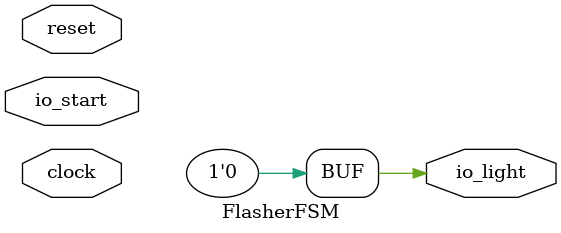
<source format=sv>
module FlasherFSM(
  input  clock,
         reset,
         io_start,
  output io_light
);

  assign io_light = 1'h0;
endmodule


</source>
